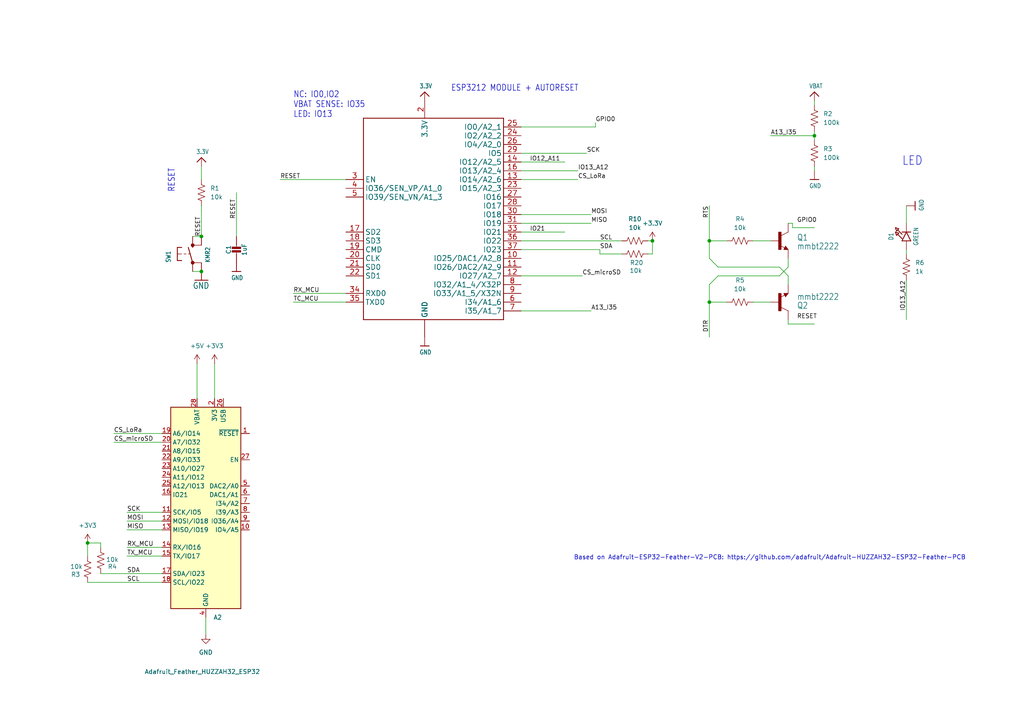
<source format=kicad_sch>
(kicad_sch (version 20250114) (generator "eeschema") (generator_version "9.0")
  (paper "A4")
  (lib_symbols
    (symbol "Adafruit HUZZAH32 ESP32 Feather-eagle-import:3.3V" (power)
      (symbol "3.3V_1_0"
        (polyline (pts (xy -1.27 -1.27) (xy 0 0)) (stroke (width 0.254)))
        (polyline (pts (xy 0 0) (xy 1.27 -1.27)) (stroke (width 0.254)))
        (pin power_in line (at 0 -2.54 90) (length 2.54) (name "3.3V") (number "1"))
      )
    )
    (symbol "Adafruit HUZZAH32 ESP32 Feather-eagle-import:CAP_CERAMIC0603_NO"
      (property "Reference" "C" (at -2.29 1.25 90))
      (symbol "CAP_CERAMIC0603_NO_1_0"
        (rectangle (start -1.27 1.524) (end 1.27 2.032) (fill (type outline)))
        (rectangle (start -1.27 0.508) (end 1.27 1.016) (fill (type outline)))
        (polyline (pts (xy 0 2.54) (xy 0 1.778)) (stroke (width 0.1524)))
        (polyline (pts (xy 0 0.762) (xy 0 0)) (stroke (width 0.1524)))
        (pin passive line (at 0 5.08 270) (length 2.54) (name "1") (number "1"))
        (pin passive line (at 0 -2.54 90) (length 2.54) (name "2") (number "2"))
      )
    )
    (symbol "Adafruit HUZZAH32 ESP32 Feather-eagle-import:ESP32_WROOM32_SKINNY"
      (symbol "ESP32_WROOM32_SKINNY_1_0"
        (polyline (pts (xy -17.78 35.56) (xy 22.86 35.56)) (stroke (width 0.254)))
        (polyline (pts (xy -17.78 -22.86) (xy -17.78 35.56)) (stroke (width 0.254)))
        (polyline (pts (xy 22.86 35.56) (xy 22.86 -22.86)) (stroke (width 0.254)))
        (polyline (pts (xy 22.86 -22.86) (xy -17.78 -22.86)) (stroke (width 0.254)))
        (pin input line (at -22.86 17.78 0) (length 5.08) (name "EN") (number "3"))
        (pin passive line (at -22.86 15.24 0) (length 5.08) (name "IO36/SEN_VP/A1_0") (number "4"))
        (pin passive line (at -22.86 12.7 0) (length 5.08) (name "IO39/SEN_VN/A1_3") (number "5"))
        (pin bidirectional line (at -22.86 2.54 0) (length 5.08) (name "SD2") (number "17"))
        (pin bidirectional line (at -22.86 0 0) (length 5.08) (name "SD3") (number "18"))
        (pin bidirectional line (at -22.86 -2.54 0) (length 5.08) (name "CMD") (number "19"))
        (pin bidirectional line (at -22.86 -5.08 0) (length 5.08) (name "CLK") (number "20"))
        (pin bidirectional line (at -22.86 -7.62 0) (length 5.08) (name "SD0") (number "21"))
        (pin bidirectional line (at -22.86 -10.16 0) (length 5.08) (name "SD1") (number "22"))
        (pin input line (at -22.86 -15.24 0) (length 5.08) (name "RXD0") (number "34"))
        (pin output line (at -22.86 -17.78 0) (length 5.08) (name "TXD0") (number "35"))
        (pin passive line (at 0 40.64 270) (length 5.08) (name "3.3V") (number "2"))
        (pin passive line (at 0 -27.94 90) (length 5.08) (name "GND") (number "1"))
        (pin passive line (at 0 -27.94 90) (length 5.08) (name "GND") (number "15"))
        (pin passive line (at 0 -27.94 90) (length 5.08) (name "GND") (number "38"))
        (pin passive line (at 0 -27.94 90) (length 5.08) (name "GND") (number "P$1"))
        (pin bidirectional line (at 27.94 33.02 180) (length 5.08) (name "IO0/A2_1") (number "25"))
        (pin bidirectional line (at 27.94 30.48 180) (length 5.08) (name "IO2/A2_2") (number "24"))
        (pin bidirectional line (at 27.94 27.94 180) (length 5.08) (name "IO4/A2_0") (number "26"))
        (pin bidirectional line (at 27.94 25.4 180) (length 5.08) (name "IO5") (number "29"))
        (pin bidirectional line (at 27.94 22.86 180) (length 5.08) (name "IO12/A2_5") (number "14"))
        (pin bidirectional line (at 27.94 20.32 180) (length 5.08) (name "IO13/A2_4") (number "16"))
        (pin bidirectional line (at 27.94 17.78 180) (length 5.08) (name "IO14/A2_6") (number "13"))
        (pin bidirectional line (at 27.94 15.24 180) (length 5.08) (name "IO15/A2_3") (number "23"))
        (pin bidirectional line (at 27.94 12.7 180) (length 5.08) (name "IO16") (number "27"))
        (pin bidirectional line (at 27.94 10.16 180) (length 5.08) (name "IO17") (number "28"))
        (pin bidirectional line (at 27.94 7.62 180) (length 5.08) (name "IO18") (number "30"))
        (pin bidirectional line (at 27.94 5.08 180) (length 5.08) (name "IO19") (number "31"))
        (pin bidirectional line (at 27.94 2.54 180) (length 5.08) (name "IO21") (number "33"))
        (pin bidirectional line (at 27.94 0 180) (length 5.08) (name "IO22") (number "36"))
        (pin bidirectional line (at 27.94 -2.54 180) (length 5.08) (name "IO23") (number "37"))
        (pin bidirectional line (at 27.94 -5.08 180) (length 5.08) (name "IO25/DAC1/A2_8") (number "10"))
        (pin bidirectional line (at 27.94 -7.62 180) (length 5.08) (name "IO26/DAC2/A2_9") (number "11"))
        (pin bidirectional line (at 27.94 -10.16 180) (length 5.08) (name "IO27/A2_7") (number "12"))
        (pin bidirectional line (at 27.94 -12.7 180) (length 5.08) (name "IO32/A1_4/X32P") (number "8"))
        (pin bidirectional line (at 27.94 -15.24 180) (length 5.08) (name "IO33/A1_5/X32N") (number "9"))
        (pin bidirectional line (at 27.94 -17.78 180) (length 5.08) (name "I34/A1_6") (number "6"))
        (pin bidirectional line (at 27.94 -20.32 180) (length 5.08) (name "I35/A1_7") (number "7"))
      )
    )
    (symbol "Adafruit HUZZAH32 ESP32 Feather-eagle-import:GND" (power)
      (symbol "GND_1_0"
        (polyline (pts (xy -1.27 0) (xy 1.27 0)) (stroke (width 0.254)))
        (pin power_in line (at 0 2.54 270) (length 2.54) (name "GND") (number "1"))
      )
    )
    (symbol "Adafruit HUZZAH32 ESP32 Feather-eagle-import:LED0805_NOOUTLINE"
      (property "Reference" "D" (at -1.27 4.445 0))
      (symbol "LED0805_NOOUTLINE_1_0"
        (polyline (pts (xy -2.54 1.27) (xy -2.54 -1.27)) (stroke (width 0.254)))
        (polyline (pts (xy -2.54 -1.27) (xy 0 0)) (stroke (width 0.254)))
        (polyline (pts (xy -1.905 1.27) (xy -0.635 2.54)) (stroke (width 0.254)))
        (polyline (pts (xy -0.9525 2.8575) (xy -0.3175 2.2225)) (stroke (width 0.254)))
        (polyline (pts (xy -0.635 1.27) (xy 0.635 2.54)) (stroke (width 0.254)))
        (polyline (pts (xy -0.3175 2.2225) (xy 0 3.175)) (stroke (width 0.254)))
        (polyline (pts (xy 0 3.175) (xy -0.9525 2.8575)) (stroke (width 0.254)))
        (polyline (pts (xy 0 1.27) (xy 0 0)) (stroke (width 0.254)))
        (polyline (pts (xy 0 0) (xy -2.54 1.27)) (stroke (width 0.254)))
        (polyline (pts (xy 0 0) (xy 0 -1.27)) (stroke (width 0.254)))
        (polyline (pts (xy 0.3175 2.8575) (xy 0.9525 2.2225)) (stroke (width 0.254)))
        (polyline (pts (xy 0.9525 2.2225) (xy 1.27 3.175)) (stroke (width 0.254)))
        (polyline (pts (xy 1.27 3.175) (xy 0.3175 2.8575)) (stroke (width 0.254)))
        (pin passive line (at -5.08 0 0) (length 2.54) (name "A") (number "A"))
        (pin passive line (at 2.54 0 180) (length 2.54) (name "C") (number "C"))
      )
    )
    (symbol "Adafruit HUZZAH32 ESP32 Feather-eagle-import:SWITCH_TACT_SMT4.6X2.8"
      (property "Reference" "SW" (at -2.54 6.35 0))
      (symbol "SWITCH_TACT_SMT4.6X2.8_1_0"
        (circle (center -2.54 0) (radius 0.127) (stroke (width 0.4064)))
        (polyline (pts (xy -2.54 0) (xy 1.905 1.27)) (stroke (width 0.254)))
        (polyline (pts (xy -2.54 -2.54) (xy -2.54 0)) (stroke (width 0.1524)))
        (polyline (pts (xy -1.905 4.445) (xy -1.905 3.175)) (stroke (width 0.254)))
        (polyline (pts (xy 0 4.445) (xy -1.905 4.445)) (stroke (width 0.254)))
        (polyline (pts (xy 0 4.445) (xy 0 3.175)) (stroke (width 0.1524)))
        (polyline (pts (xy 0 2.54) (xy 0 1.905)) (stroke (width 0.1524)))
        (polyline (pts (xy 0 1.27) (xy 0 0.635)) (stroke (width 0.1524)))
        (polyline (pts (xy 1.905 4.445) (xy 0 4.445)) (stroke (width 0.254)))
        (polyline (pts (xy 1.905 4.445) (xy 1.905 3.175)) (stroke (width 0.254)))
        (polyline (pts (xy 1.905 0) (xy 2.54 0)) (stroke (width 0.254)))
        (circle (center 2.54 0) (radius 0.127) (stroke (width 0.4064)))
        (polyline (pts (xy 2.54 -2.54) (xy 2.54 0)) (stroke (width 0.1524)))
        (pin passive line (at -5.08 0 0) (length 2.54) (name "P") (number "A"))
        (pin passive line (at -5.08 -2.54 0) (length 2.54) (name "P1") (number "A'"))
        (pin passive line (at 5.08 0 180) (length 2.54) (name "S") (number "B"))
        (pin passive line (at 5.08 -2.54 180) (length 2.54) (name "S1") (number "B'"))
      )
    )
    (symbol "Adafruit HUZZAH32 ESP32 Feather-eagle-import:TRANSISTOR_NPNSOT23-3"
      (property "Reference" "Q" (at 5.08 0 0))
      (symbol "TRANSISTOR_NPNSOT23-3_1_0"
        (rectangle (start -0.254 -2.54) (end 0.508 2.54) (fill (type outline)))
        (polyline (pts (xy 1.27 -2.54) (xy 1.778 -1.524)) (stroke (width 0.1524)))
        (polyline (pts (xy 1.524 -2.286) (xy 1.905 -2.286)) (stroke (width 0.254)))
        (polyline (pts (xy 1.524 -2.413) (xy 2.286 -2.413)) (stroke (width 0.254)))
        (polyline (pts (xy 1.54 -2.04) (xy 0.308 -1.424)) (stroke (width 0.1524)))
        (polyline (pts (xy 1.778 -1.524) (xy 2.54 -2.54)) (stroke (width 0.1524)))
        (polyline (pts (xy 1.778 -1.778) (xy 1.524 -2.286)) (stroke (width 0.254)))
        (polyline (pts (xy 1.905 -2.286) (xy 1.778 -2.032)) (stroke (width 0.254)))
        (polyline (pts (xy 2.286 -2.413) (xy 1.778 -1.778)) (stroke (width 0.254)))
        (polyline (pts (xy 2.54 2.54) (xy 0.508 1.524)) (stroke (width 0.1524)))
        (polyline (pts (xy 2.54 -2.54) (xy 1.27 -2.54)) (stroke (width 0.1524)))
        (pin passive line (at -2.54 0 0) (length 2.54) (name "B") (number "1"))
        (pin passive line (at 2.54 5.08 270) (length 2.54) (name "C") (number "3"))
        (pin passive line (at 2.54 -5.08 90) (length 2.54) (name "E") (number "2"))
      )
    )
    (symbol "Adafruit HUZZAH32 ESP32 Feather-eagle-import:VBAT" (power)
      (symbol "VBAT_1_0"
        (polyline (pts (xy -1.27 -1.27) (xy 0 0)) (stroke (width 0.254)))
        (polyline (pts (xy 0 0) (xy 1.27 -1.27)) (stroke (width 0.254)))
        (pin power_in line (at 0 -2.54 90) (length 2.54) (name "VBAT") (number "1"))
      )
    )
    (symbol "Adafruit HUZZAH32 ESP32 Feather-eagle-import:supply1_GND" (power)
      (symbol "supply1_GND_1_0"
        (polyline (pts (xy -1.905 0) (xy 1.905 0)) (stroke (width 0.254)))
        (pin power_in line (at 0 2.54 270) (length 2.54) (name "GND") (number "1"))
      )
    )
    (symbol "Device:R_US" (pin_numbers (hide yes)) (pin_names (offset 0))
      (property "Reference" "R" (at 2.54 0 90))
      (property "Value" "R_US" (at -2.54 0 90))
      (symbol "R_US_0_1"
        (polyline (pts (xy 0 2.286) (xy 0 2.54)))
        (polyline (pts (xy 0 2.286) (xy 1.016 1.905) (xy 0 1.524) (xy -1.016 1.143) (xy 0 0.762)))
        (polyline (pts (xy 0 0.762) (xy 1.016 0.381) (xy 0 0) (xy -1.016 -0.381) (xy 0 -0.762)))
        (polyline (pts (xy 0 -0.762) (xy 1.016 -1.143) (xy 0 -1.524) (xy -1.016 -1.905) (xy 0 -2.286)))
        (polyline (pts (xy 0 -2.286) (xy 0 -2.54)))
      )
      (symbol "R_US_1_1"
        (pin passive line (at 0 3.81 270) (length 1.27) (name "~") (number "1"))
        (pin passive line (at 0 -3.81 90) (length 1.27) (name "~") (number "2"))
      )
    )
    (symbol "MCU_Module:Adafruit_Feather_HUZZAH32_ESP32"
      (property "Reference" "A" (at -10.16 29.21 0))
      (property "Value" "Adafruit_Feather_HUZZAH32_ESP32" (at 2.54 -31.75 0))
      (symbol "Adafruit_Feather_HUZZAH32_ESP32_0_1"
        (rectangle (start -10.16 27.94) (end 10.16 -30.48) (stroke (width 0.254)) (fill (type background)))
      )
      (symbol "Adafruit_Feather_HUZZAH32_ESP32_1_1"
        (pin bidirectional line (at -12.7 20.32 0) (length 2.54) (name "A6/IO14") (number "19"))
        (pin bidirectional line (at -12.7 17.78 0) (length 2.54) (name "A7/IO32") (number "20"))
        (pin bidirectional line (at -12.7 15.24 0) (length 2.54) (name "A8/IO15") (number "21"))
        (pin bidirectional line (at -12.7 12.7 0) (length 2.54) (name "A9/IO33") (number "22"))
        (pin bidirectional line (at -12.7 10.16 0) (length 2.54) (name "A10/IO27") (number "23"))
        (pin bidirectional line (at -12.7 7.62 0) (length 2.54) (name "A11/IO12") (number "24"))
        (pin bidirectional line (at -12.7 5.08 0) (length 2.54) (name "A12/IO13") (number "25"))
        (pin bidirectional line (at -12.7 2.54 0) (length 2.54) (name "IO21") (number "16"))
        (pin bidirectional line (at -12.7 -2.54 0) (length 2.54) (name "SCK/IO5") (number "11"))
        (pin bidirectional line (at -12.7 -5.08 0) (length 2.54) (name "MOSI/IO18") (number "12"))
        (pin bidirectional line (at -12.7 -7.62 0) (length 2.54) (name "MISO/IO19") (number "13"))
        (pin bidirectional line (at -12.7 -12.7 0) (length 2.54) (name "RX/IO16") (number "14"))
        (pin bidirectional line (at -12.7 -15.24 0) (length 2.54) (name "TX/IO17") (number "15"))
        (pin bidirectional line (at -12.7 -20.32 0) (length 2.54) (name "SDA/IO23") (number "17"))
        (pin bidirectional line (at -12.7 -22.86 0) (length 2.54) (name "SCL/IO22") (number "18"))
        (pin power_in line (at -2.54 30.48 270) (length 2.54) (name "VBAT") (number "28"))
        (pin power_in line (at 0 -33.02 90) (length 2.54) (name "GND") (number "4"))
        (pin power_in line (at 2.54 30.48 270) (length 2.54) (name "3V3") (number "2"))
        (pin power_in line (at 5.08 30.48 270) (length 2.54) (name "USB") (number "26"))
        (pin no_connect line (at 10.16 10.16 180) (length 2.54) (hide yes) (name "NC") (number "3"))
        (pin input line (at 12.7 20.32 180) (length 2.54) (name "~{RESET}") (number "1"))
        (pin input line (at 12.7 12.7 180) (length 2.54) (name "EN") (number "27"))
        (pin bidirectional line (at 12.7 5.08 180) (length 2.54) (name "DAC2/A0") (number "5"))
        (pin bidirectional line (at 12.7 2.54 180) (length 2.54) (name "DAC1/A1") (number "6"))
        (pin bidirectional line (at 12.7 0 180) (length 2.54) (name "I34/A2") (number "7"))
        (pin bidirectional line (at 12.7 -2.54 180) (length 2.54) (name "I39/A3") (number "8"))
        (pin bidirectional line (at 12.7 -5.08 180) (length 2.54) (name "IO36/A4") (number "9"))
        (pin bidirectional line (at 12.7 -7.62 180) (length 2.54) (name "IO4/A5") (number "10"))
      )
    )
    (symbol "externalLibrary:+3V3" (power) (pin_numbers (hide yes)) (pin_names (offset 0) (hide yes))
      (property "Value" "+3V3" (at 0 3.556 0))
      (symbol "+3V3_0_1"
        (polyline (pts (xy -0.762 1.27) (xy 0 2.54)))
        (polyline (pts (xy 0 2.54) (xy 0.762 1.27)))
        (polyline (pts (xy 0 0) (xy 0 2.54)))
      )
      (symbol "+3V3_1_1"
        (pin power_in line (at 0 0 90) (length 0) (name "~") (number "1"))
      )
    )
    (symbol "externalLibrary:GND" (power) (pin_numbers (hide yes)) (pin_names (offset 0) (hide yes))
      (property "Value" "GND" (at 0 -3.81 0))
      (symbol "GND_0_1"
        (polyline (pts (xy 0 0) (xy 0 -1.27) (xy 1.27 -1.27) (xy 0 -2.54) (xy -1.27 -1.27) (xy 0 -1.27)))
      )
      (symbol "GND_1_1"
        (pin power_in line (at 0 0 270) (length 0) (name "~") (number "1"))
      )
    )
    (symbol "power:+3.3V" (power) (pin_numbers (hide yes)) (pin_names (offset 0) (hide yes))
      (property "Value" "+3.3V" (at 0 3.556 0))
      (symbol "+3.3V_0_1"
        (polyline (pts (xy -0.762 1.27) (xy 0 2.54)))
        (polyline (pts (xy 0 2.54) (xy 0.762 1.27)))
        (polyline (pts (xy 0 0) (xy 0 2.54)))
      )
      (symbol "+3.3V_1_1"
        (pin power_in line (at 0 0 90) (length 0) (name "~") (number "1"))
      )
    )
    (symbol "power:+5V" (power) (pin_numbers (hide yes)) (pin_names (offset 0) (hide yes))
      (property "Value" "+5V" (at 0 3.556 0))
      (symbol "+5V_0_1"
        (polyline (pts (xy -0.762 1.27) (xy 0 2.54)))
        (polyline (pts (xy 0 2.54) (xy 0.762 1.27)))
        (polyline (pts (xy 0 0) (xy 0 2.54)))
      )
      (symbol "+5V_1_1"
        (pin power_in line (at 0 0 90) (length 0) (name "~") (number "1"))
      )
    )
  )
  (text "LED" (at 261.62 48.26 0) (effects (font (size 2.54 2.159)) (justify left bottom)))
  (text "RESET" (at 50.8 55.88 90) (effects (font (size 1.778 1.5113)) (justify left bottom)))
  (text "Based on Adafruit-ESP32-Feather-V2-PCB: https://github.com/adafruit/Adafruit-HUZZAH32-ESP32-Feather-PCB" (at 223.266 161.798 0) (effects (font (size 1.27 1.27))))
  (text "NC: IO0,IO2\nVBAT SENSE: IO35\nLED: IO13" (at 85.09 34.29 0) (effects (font (size 1.778 1.5113)) (justify left bottom)))
  (text "ESP3212 MODULE + AUTORESET" (at 130.81 26.67 0) (effects (font (size 1.778 1.5113)) (justify left bottom)))
  (junction (at 189.23 69.85))
  (junction (at 58.42 78.74))
  (junction (at 236.22 39.37))
  (junction (at 25.4 157.48))
  (junction (at 58.42 68.58))
  (junction (at 205.74 69.85))
  (junction (at 205.74 87.63))
  (wire (pts (xy 262.89 64.77) (xy 262.89 59.69)) (stroke (width 0.1524)))
  (wire (pts (xy 25.4 168.91) (xy 46.99 168.91)))
  (wire (pts (xy 205.74 82.55) (xy 205.74 87.63)) (stroke (width 0.1524)))
  (wire (pts (xy 228.6 92.71) (xy 228.6 93.98)) (stroke (width 0.1524)))
  (wire (pts (xy 226.06 77.47) (xy 208.28 77.47)) (stroke (width 0.1524)))
  (wire (pts (xy 57.15 105.41) (xy 57.15 115.57)))
  (wire (pts (xy 29.21 157.48) (xy 29.21 158.75)))
  (wire (pts (xy 173.99 69.85) (xy 180.34 69.85)))
  (wire (pts (xy 151.13 72.39) (xy 173.99 72.39)) (stroke (width 0.1524)))
  (wire (pts (xy 205.74 59.69) (xy 205.74 69.85)) (stroke (width 0.1524)))
  (wire (pts (xy 36.83 158.75) (xy 46.99 158.75)))
  (wire (pts (xy 229.87 64.77) (xy 229.87 66.04)) (stroke (width 0.1524)))
  (wire (pts (xy 33.02 128.27) (xy 46.99 128.27)))
  (wire (pts (xy 151.13 36.83) (xy 172.72 36.83)) (stroke (width 0.1524)))
  (wire (pts (xy 187.96 69.85) (xy 189.23 69.85)))
  (wire (pts (xy 151.13 52.07) (xy 167.64 52.07)) (stroke (width 0.1524)))
  (wire (pts (xy 36.83 153.67) (xy 46.99 153.67)))
  (wire (pts (xy 187.96 73.66) (xy 189.23 73.66)))
  (wire (pts (xy 208.28 80.01) (xy 205.74 82.55)) (stroke (width 0.1524)))
  (wire (pts (xy 173.99 73.66) (xy 173.99 72.39)))
  (wire (pts (xy 58.42 59.69) (xy 58.42 60.96)))
  (wire (pts (xy 62.23 105.41) (xy 62.23 115.57)))
  (wire (pts (xy 151.13 67.31) (xy 163.83 67.31)) (stroke (width 0.1524)))
  (wire (pts (xy 172.72 35.56) (xy 172.72 36.83)) (stroke (width 0.1524)))
  (wire (pts (xy 223.52 87.63) (xy 218.44 87.63)) (stroke (width 0.1524)))
  (wire (pts (xy 189.23 69.85) (xy 189.23 73.66)))
  (wire (pts (xy 228.6 77.47) (xy 226.06 80.01)) (stroke (width 0.1524)))
  (wire (pts (xy 262.89 81.28) (xy 262.89 82.55)))
  (wire (pts (xy 36.83 151.13) (xy 46.99 151.13)))
  (wire (pts (xy 236.22 38.1) (xy 236.22 39.37)))
  (wire (pts (xy 236.22 29.21) (xy 236.22 30.48)))
  (wire (pts (xy 151.13 64.77) (xy 171.45 64.77)) (stroke (width 0.1524)))
  (wire (pts (xy 58.42 60.96) (xy 58.42 68.58)) (stroke (width 0.1524)))
  (wire (pts (xy 58.42 68.58) (xy 55.88 68.58)) (stroke (width 0.1524)))
  (wire (pts (xy 208.28 77.47) (xy 205.74 74.93)) (stroke (width 0.1524)))
  (wire (pts (xy 236.22 39.37) (xy 223.52 39.37)) (stroke (width 0.1524)))
  (wire (pts (xy 151.13 62.23) (xy 171.45 62.23)) (stroke (width 0.1524)))
  (wire (pts (xy 25.4 157.48) (xy 29.21 157.48)))
  (wire (pts (xy 236.22 48.26) (xy 236.22 49.53)))
  (wire (pts (xy 236.22 39.37) (xy 236.22 40.64)))
  (wire (pts (xy 228.6 93.98) (xy 236.22 93.98)) (stroke (width 0.1524)))
  (wire (pts (xy 55.88 78.74) (xy 58.42 78.74)) (stroke (width 0.1524)))
  (wire (pts (xy 85.09 87.63) (xy 100.33 87.63)) (stroke (width 0.1524)))
  (wire (pts (xy 151.13 80.01) (xy 168.91 80.01)) (stroke (width 0.1524)))
  (wire (pts (xy 229.87 66.04) (xy 236.22 66.04)) (stroke (width 0.1524)))
  (wire (pts (xy 58.42 48.26) (xy 58.42 52.07)) (stroke (width 0.1524)))
  (wire (pts (xy 29.21 166.37) (xy 46.99 166.37)))
  (wire (pts (xy 262.89 82.55) (xy 262.89 92.71)) (stroke (width 0.1524)))
  (wire (pts (xy 151.13 46.99) (xy 163.83 46.99)) (stroke (width 0.1524)))
  (wire (pts (xy 36.83 148.59) (xy 46.99 148.59)))
  (wire (pts (xy 180.34 73.66) (xy 173.99 73.66)))
  (wire (pts (xy 228.6 74.93) (xy 228.6 77.47)) (stroke (width 0.1524)))
  (wire (pts (xy 228.6 80.01) (xy 226.06 77.47)) (stroke (width 0.1524)))
  (wire (pts (xy 151.13 49.53) (xy 167.64 49.53)) (stroke (width 0.1524)))
  (wire (pts (xy 100.33 85.09) (xy 85.09 85.09)) (stroke (width 0.1524)))
  (wire (pts (xy 36.83 161.29) (xy 46.99 161.29)))
  (wire (pts (xy 68.58 68.58) (xy 68.58 55.88)) (stroke (width 0.1524)))
  (wire (pts (xy 226.06 80.01) (xy 208.28 80.01)) (stroke (width 0.1524)))
  (wire (pts (xy 205.74 87.63) (xy 210.82 87.63)) (stroke (width 0.1524)))
  (wire (pts (xy 205.74 74.93) (xy 205.74 69.85)) (stroke (width 0.1524)))
  (wire (pts (xy 151.13 90.17) (xy 171.45 90.17)) (stroke (width 0.1524)))
  (wire (pts (xy 25.4 157.48) (xy 25.4 161.29)))
  (wire (pts (xy 59.69 184.15) (xy 59.69 179.07)))
  (wire (pts (xy 228.6 82.55) (xy 228.6 80.01)) (stroke (width 0.1524)))
  (wire (pts (xy 205.74 69.85) (xy 210.82 69.85)) (stroke (width 0.1524)))
  (wire (pts (xy 228.6 64.77) (xy 229.87 64.77)) (stroke (width 0.1524)))
  (wire (pts (xy 218.44 69.85) (xy 223.52 69.85)) (stroke (width 0.1524)))
  (wire (pts (xy 151.13 44.45) (xy 170.18 44.45)) (stroke (width 0.1524)))
  (wire (pts (xy 100.33 52.07) (xy 81.28 52.07)) (stroke (width 0.1524)))
  (wire (pts (xy 205.74 87.63) (xy 205.74 97.79)) (stroke (width 0.1524)))
  (wire (pts (xy 33.02 125.73) (xy 46.99 125.73)))
  (wire (pts (xy 262.89 72.39) (xy 262.89 73.66)))
  (wire (pts (xy 151.13 69.85) (xy 173.99 69.85)) (stroke (width 0.1524)))
  (label "TX_MCU" (at 36.83 161.29 0) (effects (font (thickness 0.1588))))
  (label "TC_MCU" (at 85.09 87.63 0) (effects (font (size 1.2446 1.2446))))
  (label "RX_MCU" (at 36.83 158.75 0) (effects (font (thickness 0.1588))))
  (label "MOSI" (at 171.45 62.23 0) (effects (font (size 1.2446 1.2446))))
  (label "SDA" (at 36.83 166.37 0))
  (label "CS_microSD" (at 168.91 80.01 0) (effects (font (size 1.2446 1.2446))))
  (label "IO21" (at 153.67 67.31 0) (effects (font (size 1.2446 1.2446))))
  (label "SCK" (at 170.18 44.45 0) (effects (font (size 1.2446 1.2446))))
  (label "RESET" (at 68.58 63.5 90) (effects (font (size 1.2446 1.2446))))
  (label "SCK" (at 36.83 148.59 0))
  (label "A13_I35" (at 223.52 39.37 0) (effects (font (size 1.2446 1.2446))))
  (label "A13_I35" (at 171.45 90.17 0) (effects (font (size 1.2446 1.2446))))
  (label "SDA" (at 173.99 72.39 0) (effects (font (size 1.2446 1.2446))))
  (label "GPIO0" (at 231.14 64.77 0) (effects (font (size 1.2446 1.2446))))
  (label "CS_LoRa" (at 33.02 125.73 0))
  (label "RESET" (at 81.28 52.07 0) (effects (font (size 1.2446 1.2446))))
  (label "IO13_A12" (at 167.64 49.53 0) (effects (font (size 1.2446 1.2446))))
  (label "RTS" (at 205.74 59.69 270) (effects (font (size 1.2446 1.2446))))
  (label "MOSI" (at 36.83 151.13 0))
  (label "MISO" (at 36.83 153.67 0))
  (label "DTR" (at 205.74 92.71 270) (effects (font (size 1.2446 1.2446))))
  (label "RESET" (at 231.14 92.71 0) (effects (font (size 1.2446 1.2446))))
  (label "GPIO0" (at 172.72 35.56 0) (effects (font (size 1.2446 1.2446))))
  (label "CS_microSD" (at 33.02 128.27 0))
  (label "IO13_A12" (at 262.89 90.17 90) (effects (font (size 1.2446 1.2446))))
  (label "RX_MCU" (at 85.09 85.09 0) (effects (font (size 1.2446 1.2446))))
  (label "IO12_A11" (at 153.67 46.99 0) (effects (font (size 1.2446 1.2446))))
  (label "MISO" (at 171.45 64.77 0) (effects (font (size 1.2446 1.2446))))
  (label "RESET" (at 58.42 68.58 90) (effects (font (size 1.2446 1.2446))))
  (label "SCL" (at 36.83 168.91 0))
  (label "CS_LoRa" (at 167.64 52.07 0) (effects (font (size 1.2446 1.2446))))
  (label "SCL" (at 173.99 69.85 0) (effects (font (size 1.2446 1.2446))))
  (symbol (lib_id "externalLibrary:GND") (at 59.69 184.15 0) (unit 1)
    (property "Reference" "#PWR019" (effects (hide yes)))
    (property "Value" "GND" (at 59.69 189.23 0))
    (property "Description" "Power symbol creates a global label with name \"GND\" , ground" (effects (hide yes)))
  )
  (symbol (lib_id "Device:R_US") (at 29.21 162.56 0) (unit 1)
    (property "Reference" "R4" (at 31.242 164.338 0) (effects (justify left)))
    (property "Value" "10k" (at 30.734 162.306 0) (effects (justify left)))
    (property "Description" "Resistor, US symbol" (effects (hide yes)))
  )
  (symbol (lib_id "Adafruit HUZZAH32 ESP32 Feather-eagle-import:TRANSISTOR_NPNSOT23-3") (at 226.06 69.85 0) (unit 1)
    (property "Reference" "Q1" (at 231.14 69.85 0) (effects (font (size 1.778 1.5113)) (justify left bottom)))
    (property "Value" "mmbt2222" (at 231.14 72.39 0) (effects (font (size 1.778 1.5113)) (justify left bottom)))
    (property "Footprint" "ballin footprint library:SOT95P237X111-3N" (effects (hide yes)))
    (property "Datasheet" "https://www.onsemi.com/pdf/datasheet/mmbt2222lt1-d.pdf" (effects (hide yes)))
  )
  (symbol (lib_id "MCU_Module:Adafruit_Feather_HUZZAH32_ESP32") (at 59.69 146.05 0) (unit 1)
    (property "Reference" "A2" (at 61.8841 179.07 0) (effects (justify left)))
    (property "Value" "Adafruit_Feather_HUZZAH32_ESP32" (at 41.91 194.818 0) (effects (justify left)))
    (property "Footprint" "Module:Adafruit_Feather" (effects (hide yes)))
    (property "Datasheet" "https://cdn-learn.adafruit.com/downloads/pdf/adafruit-huzzah32-esp32-feather.pdf" (effects (hide yes)))
    (property "Description" "Microcontroller module with ESP32 MCU" (effects (hide yes)))
  )
  (symbol (lib_id "Adafruit HUZZAH32 ESP32 Feather-eagle-import:supply1_GND") (at 58.42 81.28 0) (unit 1)
    (property "Reference" "#GND05" (effects (hide yes)))
    (property "Value" "GND" (at 55.88 83.82 0) (effects (font (size 1.778 1.5113)) (justify left bottom)))
  )
  (symbol (lib_id "Adafruit HUZZAH32 ESP32 Feather-eagle-import:GND") (at 68.58 78.74 0) (unit 1)
    (property "Reference" "#U$032" (effects (hide yes)))
    (property "Value" "GND" (at 67.056 81.28 0) (effects (font (size 1.27 1.0795)) (justify left bottom)))
  )
  (symbol (lib_id "Device:R_US") (at 214.63 87.63 90) (unit 1)
    (property "Reference" "R5" (at 214.63 81.28 90))
    (property "Value" "10k" (at 214.63 83.82 90))
    (property "Footprint" "Resistor_SMD:R_0603_1608Metric" (effects (hide yes)))
    (property "Description" "Resistor, US symbol" (effects (hide yes)))
  )
  (symbol (lib_id "Adafruit HUZZAH32 ESP32 Feather-eagle-import:TRANSISTOR_NPNSOT23-3") (at 226.06 87.63 0) (mirror x) (unit 1)
    (property "Reference" "Q2" (at 231.14 87.63 0) (effects (font (size 1.778 1.5113)) (justify left bottom)))
    (property "Value" "mmbt2222" (at 231.14 85.09 0) (effects (font (size 1.778 1.5113)) (justify left bottom)))
    (property "Footprint" "ballin footprint library:SOT95P237X111-3N" (effects (hide yes)))
    (property "Datasheet" "https://www.onsemi.com/pdf/datasheet/mmbt2222lt1-d.pdf" (effects (hide yes)))
  )
  (symbol (lib_id "Adafruit HUZZAH32 ESP32 Feather-eagle-import:GND") (at 265.43 59.69 90) (unit 1)
    (property "Reference" "#U$085" (effects (hide yes)))
    (property "Value" "GND" (at 267.97 61.214 0) (effects (font (size 1.27 1.0795)) (justify left bottom)))
  )
  (symbol (lib_id "Adafruit HUZZAH32 ESP32 Feather-eagle-import:3.3V") (at 58.42 45.72 0) (unit 1)
    (property "Reference" "#U$031" (effects (hide yes)))
    (property "Value" "3.3V" (at 56.896 44.704 0) (effects (font (size 1.27 1.0795)) (justify left bottom)))
  )
  (symbol (lib_id "Device:R_US") (at 236.22 44.45 0) (unit 1)
    (property "Reference" "R3" (at 238.76 43.1799 0) (effects (justify left)))
    (property "Value" "100k" (at 238.76 45.7199 0) (effects (justify left)))
    (property "Footprint" "Resistor_SMD:R_0603_1608Metric" (effects (hide yes)))
    (property "Description" "Resistor, US symbol" (effects (hide yes)))
  )
  (symbol (lib_id "Adafruit HUZZAH32 ESP32 Feather-eagle-import:LED0805_NOOUTLINE") (at 262.89 67.31 90) (unit 1)
    (property "Reference" "D1" (at 258.445 68.58 0) (effects (font (size 1.27 1.0795))))
    (property "Value" "GREEN" (at 265.684 68.58 0) (effects (font (size 1.27 1.0795))))
    (property "Footprint" "LED_SMD:LED_0603_1608Metric" (effects (hide yes)))
  )
  (symbol (lib_id "Device:R_US") (at 262.89 77.47 0) (unit 1)
    (property "Reference" "R6" (at 265.43 76.1999 0) (effects (justify left)))
    (property "Value" "1k" (at 265.43 78.7399 0) (effects (justify left)))
    (property "Footprint" "Resistor_SMD:R_0603_1608Metric" (effects (hide yes)))
    (property "Description" "Resistor, US symbol" (effects (hide yes)))
  )
  (symbol (lib_id "Adafruit HUZZAH32 ESP32 Feather-eagle-import:SWITCH_TACT_SMT4.6X2.8") (at 55.88 73.66 90) (unit 1)
    (property "Reference" "SW1" (at 49.53 76.2 0) (effects (font (size 1.27 1.0795)) (justify left bottom)))
    (property "Value" "KMR2" (at 60.96 76.2 0) (effects (font (size 1.27 1.0795)) (justify left bottom)))
    (property "Footprint" "ballin footprint library:BTN_KMR2_4.6X2.8" (effects (hide yes)))
  )
  (symbol (lib_id "Device:R_US") (at 184.15 69.85 90) (unit 1)
    (property "Reference" "R10" (at 184.15 63.5 90))
    (property "Value" "10k" (at 184.15 66.04 90))
    (property "Footprint" "Resistor_SMD:R_0603_1608Metric" (effects (hide yes)))
    (property "Description" "Resistor, US symbol" (effects (hide yes)))
  )
  (symbol (lib_id "Device:R_US") (at 58.42 55.88 0) (unit 1)
    (property "Reference" "R1" (at 60.96 54.6099 0) (effects (justify left)))
    (property "Value" "10k" (at 60.96 57.1499 0) (effects (justify left)))
    (property "Footprint" "Resistor_SMD:R_0603_1608Metric" (effects (hide yes)))
    (property "Description" "Resistor, US symbol" (effects (hide yes)))
  )
  (symbol (lib_id "Device:R_US") (at 184.15 73.66 90) (unit 1)
    (property "Reference" "R20" (at 184.658 76.2 90))
    (property "Value" "10k" (at 184.404 78.486 90))
    (property "Footprint" "Resistor_SMD:R_0603_1608Metric" (effects (hide yes)))
    (property "Description" "Resistor, US symbol" (effects (hide yes)))
  )
  (symbol (lib_id "Adafruit HUZZAH32 ESP32 Feather-eagle-import:CAP_CERAMIC0603_NO") (at 68.58 73.66 0) (unit 1)
    (property "Reference" "C1" (at 66.29 72.41 90))
    (property "Value" "1uF" (at 70.88 72.41 90))
    (property "Footprint" "Capacitor_SMD:C_0603_1608Metric" (effects (hide yes)))
  )
  (symbol (lib_id "power:+3.3V") (at 189.23 69.85 0) (unit 1)
    (property "Reference" "#PWR06" (effects (hide yes)))
    (property "Value" "+3.3V" (at 189.23 64.77 0))
    (property "Description" "Power symbol creates a global label with name \"+3.3V\"" (effects (hide yes)))
  )
  (symbol (lib_id "Adafruit HUZZAH32 ESP32 Feather-eagle-import:GND") (at 123.19 100.33 0) (unit 1)
    (property "Reference" "#U$037" (effects (hide yes)))
    (property "Value" "GND" (at 121.666 102.87 0) (effects (font (size 1.27 1.0795)) (justify left bottom)))
  )
  (symbol (lib_id "Device:R_US") (at 236.22 34.29 0) (unit 1)
    (property "Reference" "R2" (at 238.76 33.0199 0) (effects (justify left)))
    (property "Value" "100k" (at 238.76 35.5599 0) (effects (justify left)))
    (property "Footprint" "Resistor_SMD:R_0603_1608Metric" (effects (hide yes)))
    (property "Description" "Resistor, US symbol" (effects (hide yes)))
  )
  (symbol (lib_id "Adafruit HUZZAH32 ESP32 Feather-eagle-import:3.3V") (at 123.19 26.67 0) (unit 1)
    (property "Reference" "#U$023" (effects (hide yes)))
    (property "Value" "3.3V" (at 121.666 25.654 0) (effects (font (size 1.27 1.0795)) (justify left bottom)))
  )
  (symbol (lib_id "externalLibrary:+3V3") (at 62.23 105.41 0) (unit 1)
    (property "Reference" "#PWR020" (effects (hide yes)))
    (property "Value" "+3V3" (at 62.23 100.33 0))
    (property "Description" "Power symbol creates a global label with name \"+3V3\"" (effects (hide yes)))
  )
  (symbol (lib_id "Device:R_US") (at 25.4 165.1 0) (unit 1)
    (property "Reference" "R3" (at 20.574 166.624 0) (effects (justify left)))
    (property "Value" "10k" (at 20.32 164.338 0) (effects (justify left)))
    (property "Description" "Resistor, US symbol" (effects (hide yes)))
  )
  (symbol (lib_id "Adafruit HUZZAH32 ESP32 Feather-eagle-import:VBAT") (at 236.22 26.67 0) (unit 1)
    (property "Reference" "#U$044" (effects (hide yes)))
    (property "Value" "VBAT" (at 234.696 25.654 0) (effects (font (size 1.27 1.0795)) (justify left bottom)))
  )
  (symbol (lib_id "Device:R_US") (at 214.63 69.85 270) (unit 1)
    (property "Reference" "R4" (at 214.63 63.5 90))
    (property "Value" "10k" (at 214.63 66.04 90))
    (property "Footprint" "Resistor_SMD:R_0603_1608Metric" (effects (hide yes)))
    (property "Description" "Resistor, US symbol" (effects (hide yes)))
  )
  (symbol (lib_id "Adafruit HUZZAH32 ESP32 Feather-eagle-import:GND") (at 236.22 52.07 0) (unit 1)
    (property "Reference" "#U$045" (effects (hide yes)))
    (property "Value" "GND" (at 234.696 54.61 0) (effects (font (size 1.27 1.0795)) (justify left bottom)))
  )
  (symbol (lib_id "Adafruit HUZZAH32 ESP32 Feather-eagle-import:ESP32_WROOM32_SKINNY") (at 123.19 69.85 0) (unit 1)
    (property "Reference" "X3" (effects (hide yes)))
    (property "Value" "ESP32_WROOM32_SKINNY" (effects (hide yes)))
    (property "Footprint" "RF_Module:ESP32-WROOM-32" (effects (hide yes)))
    (property "Datasheet" "https://www.espressif.com/sites/default/files/documentation/esp32_datasheet_en.pdf" (effects (hide yes)))
    (property "Description" "https://www.adafruit.com/product/3320?srsltid=AfmBOoqqYfZOUYNepUz-JzRm3kVw5FM03KrKDn12AjHGJNGLjM8AeNul" (effects (hide yes)))
  )
  (symbol (lib_id "power:+5V") (at 57.15 105.41 0) (unit 1)
    (property "Reference" "#PWR018" (effects (hide yes)))
    (property "Value" "+5V" (at 57.15 100.33 0))
    (property "Description" "Power symbol creates a global label with name \"+5V\"" (effects (hide yes)))
  )
  (symbol (lib_id "externalLibrary:+3V3") (at 25.4 157.48 0) (unit 1)
    (property "Reference" "#PWR017" (effects (hide yes)))
    (property "Value" "+3V3" (at 25.4 152.4 0))
    (property "Description" "Power symbol creates a global label with name \"+3V3\"" (effects (hide yes)))
  )
)
</source>
